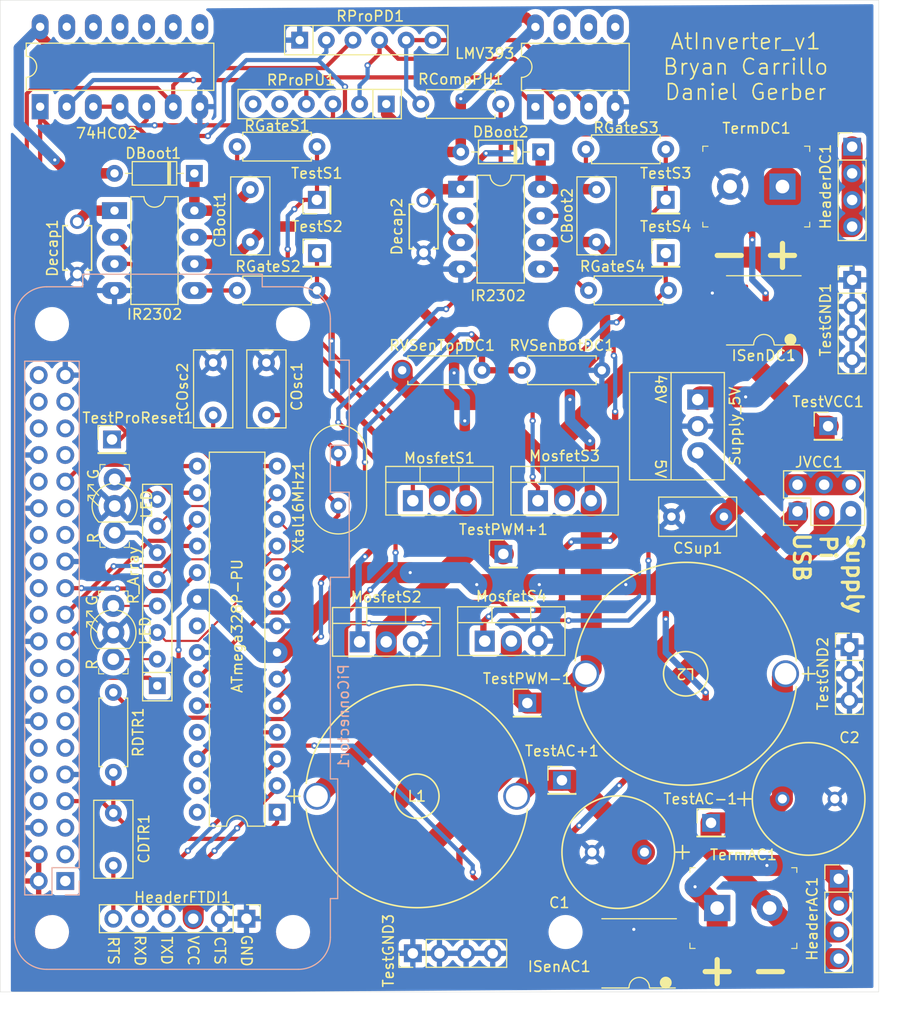
<source format=kicad_pcb>
(kicad_pcb (version 20221018) (generator pcbnew)
  (title_block (rev "v1") (comment 1 "Author: Bryan Carrillo"))
  (layers (0 "F.Cu" signal "Front") (31 "B.Cu" signal "Back") (34 "B.Paste" user) (35 "F.Paste" user) (36 "B.SilkS" user "B.Silkscreen") (37 "F.SilkS" user "F.Silkscreen") (38 "B.Mask" user) (39 "F.Mask" user) (44 "Edge.Cuts" user))
  (net 0 "")
  (net 1 "Net-(TestAC+1-Pin_1)")
  (net 2 "/Load-")
  (net 3 "/DTR")
  (net 4 "GND")
  (net 5 "VCC")
  (net 6 "Net-(DBoot1-K)")
  (net 7 "/VCCTTL")
  (net 8 "/MCURXI")
  (net 9 "/MCUTXO")
  (net 10 "Net-(GateDriver1-VS)")
  (net 11 "Net-(DBoot2-K)")
  (net 12 "Net-(GateDriver2-VS)")
  (net 13 "Net-(MCU1-XTAL1{slash}PB6)")
  (net 14 "/!RESET")
  (net 15 "Net-(MCU1-XTAL2{slash}PB7)")
  (net 16 "/PWMA")
  (net 17 "/Red1")
  (net 18 "/Green1")
  (net 19 "Net-(GateDriver1-LO)")
  (net 20 "/ProReset")
  (net 21 "/Red2")
  (net 22 "Net-(GateDriver1-HO)")
  (net 23 "/MOSI")
  (net 24 "/MISO")
  (net 25 "/SCLK")
  (net 26 "/PWMB")
  (net 27 "Net-(GateDriver2-LO)")
  (net 28 "/Load+")
  (net 29 "Net-(HeaderDC1-Pin_1)")
  (net 31 "/IAC")
  (net 32 "/VCCPi")
  (net 33 "Net-(MosfetS1-D)")
  (net 35 "/IDC")
  (net 36 "Net-(LED1-A1)")
  (net 37 "Net-(LED1-A2)")
  (net 38 "Net-(LED2-A1)")
  (net 39 "Net-(LED2-A2)")
  (net 41 "/VDC")
  (net 42 "/VAC")
  (net 54 "/VCCSupply")
  (net 59 "/!SS")
  (net 62 "/Green2")
  (net 63 "/!GateSD")
  (net 77 "/CompOut")
  (net 80 "/CompN")
  (net 81 "/CompP")
  (net 82 "/NORPU")
  (net 87 "/PWMA_HO")
  (net 88 "/PWMB_HO")
  (net 89 "/PWMA_LO")
  (net 90 "/PWMB_LO")
  (net 93 "Net-(GateDriver2-HO)")
  (footprint "Connector_PinHeader_2.54mm:PinHeader_1x01_P2.54mm_Vertical" (layer "F.Cu") (at 117.094 116.332)
    (fp_text reference "TestAC+1")
    (fp_text value "Conn_01x01_Male")
  )
  (footprint "Resistor_THT:R_Axial_DIN0207_L6.3mm_D2.5mm_P7.62mm_Horizontal" (layer "F.Cu") (at 74.295 107.95 -90)
    (fp_text reference "RDTR1")
    (fp_text value "10kΩ")
  )
  (footprint "Atverter_vE:CAP_FG28_TDK" (layer "F.Cu") (at 70.851 63.042 -90)
    (fp_text reference "Decap1")
    (fp_text value "4.7uF")
  )
  (footprint "Atinverter_vE:AIRD-02_ABR" (layer "F.Cu") (at 138.43 106.172 180)
    (fp_text reference "L2")
    (fp_text value "220u")
  )
  (footprint "Package_TO_SOT_THT:TO-220-3_Vertical" (layer "F.Cu") (at 114.808 89.662)
    (fp_text reference "MosfetS3")
    (fp_text value "IRFB4020PBF")
  )
  (footprint "Resistor_THT:R_Axial_DIN0207_L6.3mm_D2.5mm_P7.62mm_Horizontal" (layer "F.Cu") (at 119.634 69.596)
    (fp_text reference "RGateS4")
    (fp_text value "8.2Ω")
  )
  (footprint "Connector_PinHeader_2.54mm:PinHeader_1x01_P2.54mm_Vertical" (layer "F.Cu") (at 131.318 120.396)
    (fp_text reference "TestAC-1")
    (fp_text value "Conn_01x01_Male")
  )
  (footprint "Connector_PinHeader_2.54mm:PinHeader_1x04_P2.54mm_Vertical" (layer "F.Cu") (at 144.78 68.59)
    (fp_text reference "TestGND1")
    (fp_text value "Conn_01x04_Male")
  )
  (footprint "Diode_THT:D_DO-35_SOD27_P7.62mm_Horizontal" (layer "F.Cu") (at 115.062 56.388 180)
    (fp_text reference "DBoot2")
    (fp_text value "BAT46")
  )
  (footprint "Atinverter_vE:SOIC-8_3.9x4.9mm_P1.27mm" (layer "F.Cu") (at 136.354 71.247 180)
    (fp_text reference "ISenDC1")
    (fp_text value "TMCS1108")
  )
  (footprint "Connector_PinHeader_2.54mm:PinHeader_1x01_P2.54mm_Vertical" (layer "F.Cu") (at 127 66.04)
    (fp_text reference "TestS4")
    (fp_text value "Conn_01x01_Male")
  )
  (footprint "Atverter_vE:CAP_FG28_TDK" (layer "F.Cu") (at 103.901 61 -90)
    (fp_text reference "Decap2")
    (fp_text value "4.7uF")
  )
  (footprint "Package_DIP:DIP-28_W7.62mm" (layer "F.Cu") (at 89.916 119.38 180)
    (fp_text reference "MCU1")
    (fp_text value "ATmega328P-PU")
  )
  (footprint "Capacitor_THT:C_Rect_L7.2mm_W3.5mm_P5.00mm_FKS2_FKP2_MKS2_MKP2" (layer "F.Cu") (at 74.295 124.46 90)
    (fp_text reference "CDTR1")
    (fp_text value "1uF")
  )
  (footprint "Resistor_THT:R_Array_SIP8" (layer "F.Cu") (at 78.486 107.315 90)
    (fp_text reference "ResistorArray1")
    (fp_text value "R_Array")
  )
  (footprint "Resistor_THT:R_Axial_DIN0207_L6.3mm_D2.5mm_P7.62mm_Horizontal" (layer "F.Cu") (at 113.284 77.216)
    (fp_text reference "RVSenBotDC1")
    (fp_text value "10kΩ")
  )
  (footprint "Atinverter_vE:LED_3pin_P2.54mm" (layer "F.Cu") (at 74.295 104.775 90)
    (fp_text reference "LED1")
    (fp_text value "LED")
  )
  (footprint "Package_TO_SOT_THT:TO-220-3_Vertical" (layer "F.Cu") (at 109.728 103.053)
    (fp_text reference "MosfetS4")
    (fp_text value "IRFB4020PBF")
  )
  (footprint "Package_DIP:DIP-14_W7.62mm_LongPads" (layer "F.Cu") (at 67.31 52.07 90)
    (fp_text reference "ProNOR1")
    (fp_text value "74HC02")
  )
  (footprint "Atinverter_vE:LED_3pin_P2.54mm" (layer "F.Cu") (at 74.422 92.71 90)
    (fp_text reference "LED2")
    (fp_text value "LED")
  )
  (footprint "Package_TO_SOT_THT:TO-220-3_Vertical" (layer "F.Cu") (at 97.79 103.124)
    (fp_text reference "MosfetS2")
    (fp_text value "IRFB4020PBF")
  )
  (footprint "Connector_PinHeader_2.54mm:PinHeader_1x01_P2.54mm_Vertical" (layer "F.Cu") (at 93.726 66.04)
    (fp_text reference "TestS2")
    (fp_text value "Conn_01x01_Male")
  )
  (footprint "Resistor_THT:R_Axial_DIN0207_L6.3mm_D2.5mm_P7.62mm_Horizontal" (layer "F.Cu") (at 86.106 69.596)
    (fp_text reference "RGateS2")
    (fp_text value "8.2Ω")
  )
  (footprint "Capacitor_THT:C_Rect_L7.2mm_W3.5mm_P5.00mm_FKS2_FKP2_MKS2_MKP2" (layer "F.Cu") (at 83.82 81.494 90)
    (fp_text reference "COsc2")
    (fp_text value "22pF")
  )
  (footprint "Connector_PinHeader_2.54mm:PinHeader_2x03_P2.54mm_Vertical" (layer "F.Cu") (at 139.573 90.678 90)
    (fp_text reference "JVCC1")
    (fp_text value "Conn_02x03_Odd_Even")
  )
  (footprint "Package_DIP:DIP-8_W7.62mm_LongPads" (layer "F.Cu") (at 114.564 52.085 90)
    (fp_text reference "ProComp1")
    (fp_text value "LMV393")
  )
  (footprint "Resistor_THT:R_Axial_DIN0207_L6.3mm_D2.5mm_P7.62mm_Horizontal" (layer "F.Cu") (at 119.38 56.134)
    (fp_text reference "RGateS3")
    (fp_text value "8.2Ω")
  )
  (footprint "Package_DIP:DIP-8_W7.62mm_LongPads" (layer "F.Cu") (at 107.442 59.944)
    (fp_text reference "GateDriver2")
    (fp_text value "IR2302")
  )
  (footprint "Resistor_THT:R_Axial_DIN0207_L6.3mm_D2.5mm_P7.62mm_Horizontal" (layer "F.Cu") (at 103.632 51.816)
    (fp_text reference locked "RCompPH1")
    (fp_text value "120kΩ")
  )
  (footprint "Crystal:Resonator-2Pin_W10.0mm_H5.0mm" (layer "F.Cu") (at 95.758 90.13 90)
    (fp_text reference "Xtal16MHz1")
    (fp_text value "16MHz")
  )
  (footprint "Resistor_THT:R_Array_SIP6" (layer "F.Cu") (at 92.075 45.72)
    (fp_text reference "RProPD1")
    (fp_text value "R_Network05")
  )
  (footprint "Connector_PinHeader_2.54mm:PinHeader_1x01_P2.54mm_Vertical" (layer "F.Cu") (at 113.792 108.966)
    (fp_text reference "TestPWM-1")
    (fp_text value "Conn_01x01_Male")
  )
  (footprint "Capacitor_THT:C_Rect_L7.2mm_W3.5mm_P5.00mm_FKS2_FKP2_MKS2_MKP2" (layer "F.Cu") (at 132.548 91.186 180)
    (fp_text reference "CSup1")
    (fp_text value "1uF")
  )
  (footprint "Connector_PinHeader_2.54mm:PinHeader_1x01_P2.54mm_Vertical" (layer "F.Cu") (at 142.494 82.55)
    (fp_text reference "TestVCC1")
    (fp_text value "Conn_01x01_Male")
  )
  (footprint "Diode_THT:D_DO-35_SOD27_P7.62mm_Horizontal" (layer "F.Cu") (at 82.027 58.43 180)
    (fp_text reference "DBoot1")
    (fp_text value "BAT46")
  )
  (footprint "Atinverter_vE:CAP_BX_10x16_RUB" (layer "F.Cu") (at 124.968 123.19 180)
    (fp_text reference "C1")
    (fp_text value "22u")
  )
  (footprint "Atinverter_vE:AIRD-02_ABR" (layer "F.Cu") (at 93.726 117.856)
    (fp_text reference "L1")
    (fp_text value "220u")
  )
  (footprint "Atinverter_vE:CAP_BX_10x16_RUB" (layer "F.Cu") (at 138.129 118.11)
    (fp_text reference "C2")
    (fp_text value "22u")
  )
  (footprint "Atinverter_vE:SOIC-8_3.9x4.9mm_P1.27mm" (layer "F.Cu") (at 124.46 132.588 180)
    (fp_text reference "ISenAC1")
    (fp_text value "TMCS1108")
  )
  (footprint "Package_DIP:DIP-8_W7.62mm_LongPads" (layer "F.Cu") (at 74.407 61.986)
    (fp_text reference "GateDriver1")
    (fp_text value "IR2302")
  )
  (footprint "Resistor_THT:R_Axial_DIN0207_L6.3mm_D2.5mm_P7.62mm_Horizontal" (layer "F.Cu") (at 86.106 55.88)
    (fp_text reference "RGateS1")
    (fp_text value "8.2Ω")
  )
  (footprint "Atverter_vE:Term_Block_1x2_P5mm" (layer "F.Cu") (at 138.136 59.69 180)
    (fp_text reference "TermDC1")
    (fp_text value "Screw_Terminal_01x02")
  )
  (footprint "Connector_PinHeader_2.54mm:PinHeader_1x03_P2.54mm_Vertical" (layer "F.Cu") (at 144.526 103.632)
    (fp_text reference "TestGND2")
    (fp_text value "Conn_01x03_Male")
  )
  (footprint "Capacitor_THT:C_Rect_L7.2mm_W3.5mm_P5.00mm_FKS2_FKP2_MKS2_MKP2" (layer "F.Cu") (at 87.361 59.984 -90)
    (fp_text reference "CBoot1")
    (fp_text value "4.7uF")
  )
  (footprint "Capacitor_THT:C_Rect_L7.2mm_W3.5mm_P5.00mm_FKS2_FKP2_MKS2_MKP2" (layer "F.Cu") (at 120.396 59.984 -90)
    (fp_text reference "CBoot2")
    (fp_text value "4.7uF")
  )
  (footprint "Connector_PinHeader_2.54mm:PinHeader_1x01_P2.54mm_Vertical" (layer "F.Cu") (at 111.506 94.742)
    (fp_text reference "TestPWM+1")
    (fp_text value "Conn_01x01_Male")
  )
  (footprint "Atinverter_vE:FTDI_USB_TTL_Header" (layer "F.Cu") (at 86.995 129.54 -90)
    (fp_text reference "HeaderFTDI1")
    (fp_text value "Conn_01x06_Male")
  )
  (footprint "Connector_PinHeader_2.54mm:PinHeader_1x04_P2.54mm_Vertical" (layer "F.Cu") (at 143.51 125.73)
    (fp_text reference "HeaderAC1")
    (fp_text value "Conn_01x04_Male")
  )
  (footprint "Connector_PinHeader_2.54mm:PinHeader_1x01_P2.54mm_Vertical" (layer "F.Cu") (at 93.711 60.96 90)
    (fp_text reference "TestS1")
    (fp_text value "Conn_01x01_Male")
  )
  (footprint "Connector_PinHeader_2.54mm:PinHeader_1x04_P2.54mm_Vertical" (layer "F.Cu") (at 102.87 132.842 90)
    (fp_text reference "TestGND3")
    (fp_text value "Conn_01x04_Male")
  )
  (footprint "Connector_PinHeader_2.54mm:PinHeader_1x04_P2.54mm_Vertical" (layer "F.Cu") (at 144.78 55.89)
    (fp_text reference "HeaderDC1")
    (fp_text value "Conn_01x04_Male")
  )
  (footprint "Package_TO_SOT_THT:TO-220-3_Vertical" (layer "F.Cu") (at 102.87 89.662)
    (fp_text reference "MosfetS1")
    (fp_text value "IRFB4020PBF")
  )
  (footprint "Atinverter_vE:SupplyDC_48V-5V_TO-220-3_Vertical" (layer "F.Cu") (at 130.048 80.01 -90)
    (fp_text reference "Supply5V1")
    (fp_text value "Supply_5V")
  )
  (footprint "Atverter_vE:Term_Block_1x2_P5mm" (layer "F.Cu") (at 131.906 128.524)
    (fp_text reference "TermAC1")
    (fp_text value "Screw_Terminal_01x02")
  )
  (footprint "Resistor_THT:R_Array_SIP6" (layer "F.Cu") (at 100.33 51.816 180)
    (fp_text reference "RProPU1")
    (fp_text value "R_Network05")
  )
  (footprint "Connector_PinHeader_2.54mm:PinHeader_1x01_P2.54mm_Vertical" (layer "F.Cu") (at 127 60.96)
    (fp_text reference "TestS3")
    (fp_text value "Conn_01x01_Male")
  )
  (footprint "Capacitor_THT:C_Rect_L7.2mm_W3.5mm_P5.00mm_FKS2_FKP2_MKS2_MKP2" (layer "F.Cu") (at 88.9 76.494 -90)
    (fp_text reference "COsc1")
    (fp_text value "22pF")
  )
  (footprint "Connector_PinHeader_2.54mm:PinHeader_1x01_P2.54mm_Vertical" (layer "F.Cu") (at 74.168 83.82)
    (fp_text reference "TestProReset1")
    (fp_text value "Conn_01x01_Male")
  )
  (footprint "Resistor_THT:R_Axial_DIN0207_L6.3mm_D2.5mm_P7.62mm_Horizontal" (layer "F.Cu") (at 101.854 77.216)
    (fp_text reference "RVSenTopDC1")
    (fp_text value "120kΩ")
  )
  (footprint "Atverter_vE:Raspberry_Pi_Zero_and_Four" (layer "B.Cu") (at 69.71 125.94)
    (fp_text reference "PiConnector1")
    (fp_text value "Raspberry_Pi_2_3")
  )
  (gr_rect (start 63.5 41.91) (end 147.32 136.525) (stroke (width 0.0381)) (fill none) (layer "Edge.Cuts"))
  (gr_text "AtInverter_v1\nBryan Carrillo\nDaniel Gerber" (at 134.62 48.26) (layer "F.SilkS") (effects (font (size 1.5 1.5) (thickness 0.1524))))
  (gr_text "Supply" (at 145.034 96.647 270) (layer "F.SilkS") (effects (font (size 1.524 1.524) (thickness 0.3048))))
  (gr_text "USB" (at 139.954 92.583 270) (layer "F.SilkS") (effects (font (size 1.524 1.524) (thickness 0.3048)) (justify left)))
  (gr_text "Pi" (at 142.494 94.107 270) (layer "F.SilkS") (effects (font (size 1.524 1.524) (thickness 0.3048))))
  (segment (start 127.21 129.75) (end 123.444 125.984) (width 2) (layer "F.Cu") (net 1))
  (segment (start 117.094 116.332) (end 118.11 116.332) (width 2) (layer "F.Cu") (net 1))
  (segment (start 127.21 130.683) (end 127.21 131.953) (width 1) (layer "F.Cu") (net 1))
  (segment (start 117.094 116.332) (end 114.3 116.332) (width 2) (layer "F.Cu") (net 1))
  (segment (start 127.21 130.683) (end 127.21 129.75) (width 2) (layer "F.Cu") (net 1))
  (segment (start 118.11 116.332) (end 124.968 123.19) (width 2) (layer "F.Cu") (net 1))
  (segment (start 123.444 125.984) (end 123.444 124.714) (width 2) (layer "F.Cu") (net 1))
  (segment (start 114.3 116.332) (end 112.776 117.856) (width 2) (layer "F.Cu") (net 1))
  (segment (start 123.444 124.714) (end 124.968 123.19) (width 2) (layer "F.Cu") (net 1))
  (segment (start 138.129 106.473) (end 138.43 106.172) (width 2) (layer "F.Cu") (net 2))
  (segment (start 141.732 133.35) (end 143.51 133.35) (width 2) (layer "F.Cu") (net 2))
  (segment (start 131.318 122.936) (end 136.906 128.524) (width 2) (layer "F.Cu") (net 2))
  (segment (start 139.192 130.81) (end 141.732 133.35) (width 2) (layer "F.Cu") (net 2))
  (segment (start 131.318 120.396) (end 131.318 122.936) (width 2) (layer "F.Cu") (net 2))
  (segment (start 131.318 120.396) (end 135.843 120.396) (width 2) (layer "F.Cu") (net 2))
  (segment (start 138.129 118.11) (end 138.129 106.473) (width 2) (layer "F.Cu") (net 2))
  (segment (start 135.843 120.396) (end 138.129 118.11) (width 2) (layer "F.Cu") (net 2))
  (segment (start 136.906 128.524) (end 139.192 130.81) (width 2) (layer "F.Cu") (net 2))
  (segment (start 139.192 130.81) (end 143.51 130.81) (width 2) (layer "F.Cu") (net 2))
  (segment (start 74.295 124.46) (end 74.295 129.54) (width 0.4) (layer "F.Cu") (net 3))
  (segment (start 121.71 130.683) (end 123.825 130.683) (width 0.4) (layer "F.Cu") (net 4))
  (segment (start 131.953 69.342) (end 131.445 69.85) (width 0.4) (layer "F.Cu") (net 4))
  (segment (start 123.825 130.683) (end 123.952 130.556) (width 0.4) (layer "F.Cu") (net 4))
  (segment (start 133.604 69.342) (end 131.953 69.342) (width 0.4) (layer "F.Cu") (net 4))
  (via (at 131.445 69.85) (size 0.6) (drill 0.3) (layers "F.Cu" "B.Cu") (net 4))
  (via (at 123.952 130.556) (size 0.6) (drill 0.3) (layers "F.Cu" "B.Cu") (net 4))
  (segment (start 69.987 58.43) (end 68.707 57.15) (width 1) (layer "F.Cu") (net 5))
  (segment (start 100.33 51.816) (end 100.33 52.777) (width 1) (layer "F.Cu") (net 5))
  (segment (start 132.548 91.186) (end 126.071 97.663) (width 2) (layer "F.Cu") (net 5))
  (segment (start 104.9295 59.9715) (end 103.901 61) (width 1) (layer "F.Cu") (net 5))
  (segment (start 104.9295 59.9715) (end 104.9295 57.3765) (width 1) (layer "F.Cu") (net 5))
  (segment (start 142.113 88.138) (end 142.113 82.931) (width 2) (layer "F.Cu") (net 5))
  (segment (start 107.442 59.944) (end 104.957 59.944) (width 1) (layer "F.Cu") (net 5))
  (segment (start 107.442 59.944) (end 107.442 58.928) (width 0.6) (layer "F.Cu") (net 5))
  (segment (start 71.907 61.986) (end 70.851 63.042) (width 1) (layer "F.Cu") (net 5))
  (segment (start 72.644 58.43) (end 74.407 58.43) (width 1) (layer "F.Cu") (net 5))
  (segment (start 131.445 63.5) (end 134.62 63.5) (width 0.6) (layer "F.Cu") (net 5))
  (segment (start 84.709 46.863) (end 88.011 43.561) (width 1) (layer "F.Cu") (net 5))
  (segment (start 136.525 69.85) (end 136.525 72.39) (width 0.6) (layer "F.Cu") (net 5))
  (segment (start 113.665 54.61) (end 128.905 54.61) (width 0.6) (layer "F.Cu") (net 5))
  (segment (start 104.9295 57.3765) (end 105.918 56.388) (width 1) (layer "F.Cu") (net 5))
  (segment (start 127 98.592) (end 126.071 97.663) (width 0.6) (layer "F.Cu") (net 5))
  (segment (start 75.692 109.347) (end 74.295 107.95) (width 0.4) (layer "F.Cu") (net 5))
  (segment (start 88.011 43.561) (end 113.66 43.561) (width 1) (layer "F.Cu") (net 5))
  (segment (start 67.31 45.339) (end 68.834 46.863) (width 1) (layer "F.Cu") (net 5))
  (segment (start 121.583 134.62) (end 116.205 134.62) (width 0.6) (layer "F.Cu") (net 5))
  (segment (start 134.62 63.5) (end 135.255 64.135) (width 0.6) (layer "F.Cu") (net 5))
  (segment (start 127 100.965) (end 127 98.592) (width 0.6) (layer "F.Cu") (net 5))
  (segment (start 128.905 54.61) (end 130.175 55.88) (width 0.6) (layer "F.Cu") (net 5))
  (segment (start 80.518 103.886) (end 80.518 108.712) (width 0.4) (layer "F.Cu") (net 5))
  (segment (start 136.525 72.39) (end 135.763 73.152) (width 0.6) (layer "F.Cu") (net 5))
  (segment (start 142.113 82.931) (end 142.494 82.55) (width 2) (layer "F.Cu") (net 5))
  (segment (start 121.71 134.493) (end 121.583 134.62) (width 0.6) (layer "F.Cu") (net 5))
  (segment (start 122.555 116.84) (end 130.81 108.585) (width 0.6) (layer "F.Cu") (net 5))
  (segment (start 79.883 109.347) (end 75.692 109.347) (width 0.4) (layer "F.Cu") (net 5))
  (segment (start 130.175 62.23) (end 131.445 63.5) (width 0.6) (layer "F.Cu") (net 5))
  (segment (start 116.205 134.62) (end 107.315 125.73) (width 0.6) (layer "F.Cu") (net 5))
  (segment (start 133.604 74.93) (end 133.604 73.533) (width 1) (layer "F.Cu") (net 5))
  (segment (start 141.224 82.55) (end 133.604 74.93) (width 2) (layer "F.Cu") (net 5))
  (segment (start 96.774 97.663) (end 90.297 104.14) (width 2) (layer "F.Cu") (net 5))
  (segment (start 107.315 125.73) (end 107.315 123.19) (width 0.6) (layer "F.Cu") (net 5))
  (segment (start 135.255 64.135) (end 135.255 64.77) (width 0.6) (layer "F.Cu") (net 5))
  (segment (start 107.315 123.19) (end 108.4278 122.0772) (width 0.6) (layer "F.Cu") (net 5))
  (segment (start 108.4278 122.0772) (end 117.3178 122.0772) (width 0.6) (layer "F.Cu") (net 5))
  (segment (start 68.834 46.863) (end 84.709 46.863) (width 1) (layer "F.Cu") (net 5))
  (segment (start 123.19 97.663) (end 126.071 97.663) (width 2) (layer "F.Cu") (net 5))
  (segment (start 71.907 61.986) (end 71.907 59.167) (width 1) (layer "F.Cu") (net 5))
  (segment (start 130.175 55.88) (end 130.175 56.515) (width 0.6) (layer "F.Cu") (net 5))
  (segment (start 80.518 108.712) (end 79.883 109.347) (width 0.4) (layer "F.Cu") (net 5))
  (segment (start 67.31 44.45) (end 67.31 45.339) (width 1) (layer "F.Cu") (net 5))
  (segment (start 100.33 52.777) (end 104.9295 57.3765) (width 1) (layer "F.Cu") (net 5))
  (segment (start 90.297 104.14) (end 89.916 104.14) (width 2) (layer "F.Cu") (net 5))
  (segment (start 142.113 88.138) (end 139.573 88.138) (width 2) (layer "F.Cu") (net 5))
  (segment (start 132.548 91.186) (end 135.596 88.138) (width 2) (layer "F.Cu") (net 5))
  (segment (start 108.966 97.663) (end 114.935 97.663) (width 2) (layer "F.Cu") (net 5))
  (segment (start 130.175 56.515) (end 130.175 62.23) (width 0.6) (layer "F.Cu") (net 5))
  (segment (start 112.395 56.515) (end 112.395 55.88) (width 0.6) (layer "F.Cu") (net 5))
  (segment (start 104.957 59.944) (end 104.9295 59.9715) (width 1) (layer "F.Cu") (net 5))
  (segment (start 72.644 58.43) (end 69.987 58.43) (width 1) (layer "F.Cu") (net 5))
  (segment (start 105.918 56.388) (end 107.442 56.388) (width 1) (layer "F.Cu") (net 5))
  (segment (start 142.113 88.138) (end 144.653 88.138) (width 2) (layer "F.Cu") (net 5))
  (segment (start 71.907 59.167) (end 72.644 58.43) (width 1) (layer "F.Cu") (net 5))
  (segment (start 130.81 108.585) (end 130.81 107.95) (width 0.6) (layer "F.Cu") (net 5))
  (segment (start 113.66 43.561) (end 114.564 44.465) (width 1) (layer "F.Cu") (net 5))
  (segment (start 135.596 88.138) (end 139.573 88.138) (width 2) (layer "F.Cu") (net 5))
  (segment (start 112.395 55.88) (end 113.665 54.61) (width 0.6) (layer "F.Cu") (net 5))
  (segment (start 107.442 56.388) (end 107.442 51.308) (width 1) (layer "F.Cu") (net 5))
  (segment (start 96.774 97.663) (end 97.917 96.52) (width 2) (layer "F.Cu") (net 5))
  (segment (start 117.3178 122.0772) (end 118.745 120.65) (width 0.6) (layer "F.Cu") (net 5))
  (segment (start 74.407 61.986) (end 71.907 61.986) (width 1) (layer "F.Cu") (net 5))
  (segment (start 142.494 82.55) (end 141.224 82.55) (width 2) (layer "F.Cu") (net 5))
  (segment (start 107.442 58.928) (end 109.855 56.515) (width 0.6) (layer "F.Cu") (net 5))
  (segment (start 97.917 96.52) (end 102.616 96.52) (width 2) (layer "F.Cu") (net 5))
  (segment (start 135.763 73.152) (end 133.604 73.152) (width 0.6) (layer "F.Cu") (net 5))
  (via (at 109.855 56.515) (size 0.6) (drill 0.3) (layers "F.Cu" "B.Cu") (net 5))
  (via (at 127 100.965) (size 0.6) (drill 0.3) (layers "F.Cu" "B.Cu") (net 5))
  (via (at 107.442 51.308) (size 0.6) (drill 0.3) (layers "F.Cu" "B.Cu") (net 5))
  (via (at 112.395 56.515) (size 0.6) (drill 0.3) (layers "F.Cu" "B.Cu") (net 5))
  (via (at 135.255 64.77) (size 0.6) (drill 0.3) (layers "F.Cu" "B.Cu") (net 5))
  (via (at 118.745 120.65) (size 0.6) (drill 0.3) (layers "F.Cu" "B.Cu") (net 5))
  (via (at 122.555 116.84) (size 0.6) (drill 0.3) (layers "F.Cu" "B.Cu") (net 5))
  (via (at 136.525 69.85) (size 0.6) (drill 0.3) (layers "F.Cu" "B.Cu") (net 5))
  (via (at 68.707 57.15) (size 0.6) (drill 0.3) (layers "F.Cu" "B.Cu") (net 5))
  (via (at 114.935 97.663) (size 0.6) (drill 0.3) (layers "F.Cu" "B.Cu") (net 5))
  (via (at 102.616 96.52) (size 0.6) (drill 0.3) (layers "F.Cu" "B.Cu") (net 5))
  (via (at 80.518 103.886) (size 0.6) (drill 0.3) (layers "F.Cu" "B.Cu") (net 5))
  (via (at 108.966 97.663) (size 0.6) (drill 0.3) (layers "F.Cu" "B.Cu") (net 5))
  (via (at 130.81 107.95) (size 0.6) (drill 0.3) (layers "F.Cu" "B.Cu") (net 5))
  (via (at 123.19 97.663) (size 0.6) (drill 0.3) (layers "F.Cu" "B.Cu") (net 5))
  (segment (start 114.935 97.663) (end 123.19 97.663) (width 2) (layer "B.Cu") (net 5))
  (segment (start 65.278 46.482) (end 67.31 44.45) (width 1) (layer "B.Cu") (net 5))
  (segment (start 135.255 64.77) (end 135.255 68.58) (width 0.6) (layer "B.Cu") (net 5))
  (segment (start 127 104.14) (end 127 100.965) (width 0.6) (layer "B.Cu") (net 5))
  (segment (start 89.916 104.14) (end 88.646 104.14) (width 2) (layer "B.Cu") (net 5))
  (segment (start 135.255 68.58) (end 136.525 69.85) (width 0.6) (layer "B.Cu") (net 5))
  (segment (start 107.442 51.308) (end 107.721 51.308) (width 1) (layer "B.Cu") (net 5))
  (segment (start 102.616 96.52) (end 107.823 96.52) (width 2) (layer "B.Cu") (net 5))
  (segment (start 80.518 100.838) (end 82.296 99.06) (width 0.4) (layer "B.Cu") (net 5))
  (segment (start 107.721 51.308) (end 114.564 44.465) (width 1) (layer "B.Cu") (net 5))
  (segment (start 68.707 57.15) (end 65.278 53.721) (width 1) (layer "B.Cu") (net 5))
  (segment (start 118.745 120.65) (end 122.555 116.84) (width 0.6) (layer "B.Cu") (net 5))
  (segment (start 130.81 107.95) (end 127 104.14) (width 0.6) (layer "B.Cu") (net 5))
  (segment (start 107.823 96.52) (end 108.966 97.663) (width 2) (layer "B.Cu") (net 5))
  (segment (start 109.855 56.515) (end 112.395 56.515) (width 0.6) (layer "B.Cu") (net 5))
  (segment (start 88.646 104.14) (end 83.566 99.06) (width 2) (layer "B.Cu") (net 5))
  (segment (start 65.278 53.721) (end 65.278 46.482) (width 1) (layer "B.Cu") (net 5))
  (segment (start 80.518 103.886) (end 80.518 100.838) (width 0.4) (layer "B.Cu") (net 5))
  (segment (start 83.566 99.06) (end 82.296 99.06) (width 2) (layer "B.Cu") (net 5))
  (segment (start 82.027 61.986) (end 85.359 61.986) (width 1) (layer "F.Cu") (net 6))
  (segment (start 82.027 58.43) (end 82.027 61.986) (width 1) (layer "F.Cu") (net 6))
  (segment (start 85.359 61.986) (end 87.361 59.984) (width 1) (layer "F.Cu") (net 6))
  (segment (start 139.573 91.059) (end 119.126 111.506) (width 2) (layer "F.Cu") (net 7))
  (segment (start 94.488 125.222) (end 85.030919 125.222) (width 2) (layer "F.Cu") (net 7))
  (segment (start 139.573 90.678) (end 139.573 91.059) (width 2) (layer "F.Cu") (net 7))
  (segment (start 85.030919 125.222) (end 81.915 128.337919) (width 2) (layer "F.Cu") (net 7))
  (segment (start 81.915 128.337919) (end 81.915 129.54) (width 2) (layer "F.Cu") (net 7))
  (segment (start 108.204 111.506) (end 94.488 125.222) (width 2) (layer "F.Cu") (net 7))
  (segment (start 119.126 111.506) (end 108.204 111.506) (width 2) (layer "F.Cu") (net 7))
  (segment (start 79.375 129.54) (end 79.375 127.635) (width 0.4) (layer "F.Cu") (net 8))
  (segment (start 79.375 127.635) (end 83.947 123.063) (width 0.4) (layer "F.Cu") (net 8))
  (segment (start 89.916 117.094) (end 89.916 116.84) (width 0.4) (layer "F.Cu") (net 8))
  (segment (start 86.106 120.904) (end 89.916 117.094) (width 0.4) (layer "F.Cu") (net 8))
  (via (at 83.947 123.063) (size 0.6) (drill 0.3) (layers "F.Cu" "B.Cu") (net 8))
  (via (at 86.106 120.904) (size 0.6) (drill 0.3) (layers "F.Cu" "B.Cu") (net 8))
  (segment (start 83.947 123.063) (end 86.106 120.904) (width 0.4) (layer "B.Cu") (net 8))
  (segment (start 83.82 120.65) (end 89.916 114.554) (width 0.4) (layer "F.Cu") (net 9))
  (segment (start 89.916 114.554) (end 89.916 114.3) (width 0.4) (layer "F.Cu") (net 9))
  (segment (start 76.835 129.54) (end 76.835 127.635) (width 0.4) (layer "F.Cu") (net 9))
  (segment (start 76.835 127.635) (end 81.407 123.063) (width 0.4) (layer "F.Cu") (net 9))
  (via (at 81.407 123.063) (size 0.6) (drill 0.3) (layers "F.Cu" "B.Cu") (net 9))
  (via (at 83.82 120.65) (size 0.6) (drill 0.3) (layers "F.Cu" "B.Cu") (net 9))
  (segment (start 81.407 123.063) (end 83.82 120.65) (width 0.4) (layer "B.Cu") (net 9))
  (segment (start 87.361 64.984) (end 88.845 63.5) (width 1) (layer "F.Cu") (net 10))
  (segment (start 100.33 111.252) (end 100.33 103.124) (width 2) (layer "F.Cu") (net 10))
  (segment (start 95.758 63.5) (end 103.759 71.501) (width 1) (layer "F.Cu") (net 10))
  (segment (start 85.279 67.066) (end 87.361 64.984) (width 1) (layer "F.Cu") (net 10))
  (segment (start 106.807 74.589976) (end 106.807 77.47) (width 1) (layer "F.Cu") (net 10))
  (segment (start 100.33 102.203707) (end 107.95 94.583707) (width 2) (layer "F.Cu") (net 10))
  (segment (start 88.845 63.5) (end 95.758 63.5) (width 1) (layer "F.Cu") (net 10))
  (segment (start 107.823 89.535) (end 107.95 89.662) (width 1) (layer "F.Cu") (net 10))
  (segment (start 100.33 103.124) (end 100.33 102.203707) (width 2) (layer "F.Cu") (net 10))
  (segment (start 107.95 90.130032) (end 107.95 89.662) (width 2) (layer "F.Cu") (net 10))
  (segment (start 93.726 117.856) (end 100.33 111.252) (width 2) (layer "F.Cu") (net 10))
  (segment (start 107.823 82.042) (end 107.823 89.535) (width 1) (layer "F.Cu") (net 10))
  (segment (start 107.95 90.130032) (end 107.95 91.186) (width 2) (layer "F.Cu") (net 10))
  (segment (start 103.759 71.541976) (end 106.807 74.589976) (width 1) (layer "F.Cu") (net 10))
  (segment (start 103.759 71.501) (end 103.759 71.541976) (width 1) (layer "F.Cu") (net 10))
  (segment (start 82.027 67.066) (end 85.279 67.066) (width 1) (layer "F.Cu") (net 10))
  (segment (start 107.95 94.583707) (end 107.95 89.662) (width 2) (layer "F.Cu") (net 10))
  (segment (start 107.95 91.186) (end 111.506 94.742) (width 2) (layer "F.Cu") (net 10))
  (via (at 107.823 82.042) (size 0.6) (drill 0.3) (layers "F.Cu" "B.Cu") (net 10))
  (via (at 106.807 77.47) (size 0.6) (drill 0.3) (layers "F.Cu" "B.Cu") (net 10))
  (segment (start 106.807 78.867) (end 107.823 79.883) (width 1) (layer "B.Cu") (net 10))
  (segment (start 106.807 77.47) (end 106.807 78.867) (width 1) (layer "B.Cu") (net 10))
  (segment (start 107.823 79.883) (end 107.823 82.042) (width 1) (layer "B.Cu") (net 10))
  (segment (start 115.062 59.944) (end 120.356 59.944) (width 1) (layer "F.Cu") (net 11))
  (segment (start 115.062 56.388) (end 115.062 59.944) (width 1) (layer "F.Cu") (net 11))
  (segment (start 120.356 59.944) (end 120.396 59.984) (width 1) (layer "F.Cu") (net 11))
  (segment (start 119.888 94.996) (end 119.888 103.505) (width 2) (layer "F.Cu") (net 12))
  (segment (start 121.204 74.884) (end 117.856 78.232) (width 1) (layer "F.Cu") (net 12))
  (segment (start 112.268 103.053) (end 112.268 107.442) (width 2) (layer "F.Cu") (net 12))
  (segment (start 116.586 108.966) (end 119.38 106.172) (width 2) (layer "F.Cu") (net 12))
  (segment (start 119.888 105.664) (end 119.38 106.172) (width 2) (layer "F.Cu") (net 12))
  (segment (start 121.92 70.612) (end 121.204 71.328) (width 1) (layer "F.Cu") (net 12))
  (segment (start 119.888 103.505) (end 119.888 105.664) (width 2) (layer "F.Cu") (net 12))
  (segment (start 121.92 66.508) (end 121.92 70.612) (width 1) (layer "F.Cu") (net 12))
  (segment (start 121.204 71.328) (end 121.204 74.884) (width 1) (layer "F.Cu") (net 12))
  (segment (start 113.792 108.966) (end 116.586 108.966) (width 2) (layer "F.Cu") (net 12))
  (segment (start 120.396 64.984) (end 121.92 66.508) (width 1) (layer "F.Cu") (net 12))
  (segment (start 112.268 107.442) (end 113.792 108.966) (width 2) (layer "F.Cu") (net 12))
  (segment (start 120.396 64.984) (end 115.102 64.984) (width 1) (layer "F.Cu") (net 12))
  (segment (start 117.856 78.232) (end 117.856 80.01) (width 1) (layer "F.Cu") (net 12))
  (segment (start 119.761 89.535) (end 119.888 89.662) (width 1) (layer "F.Cu") (net 12))
  (segment (start 119.888 89.662) (end 119.888 94.996) (width 2) (layer "F.Cu") (net 12))
  (segment (start 119.761 83.947) (end 119.761 89.535) (width 1) (layer "F.Cu") (net 12))
  (segment (start 115.102 64.984) (end 115.062 65.024) (width 1) (layer "F.Cu") (net 12))
  (via (at 117.856 80.01) (size 0.6) (drill 0.3) (layers "F.Cu" "B.Cu") (net 12))
  (via (at 119.761 83.947) (size 0.6) (drill 0.3) (layers "F.Cu" "B.Cu") (net 12))
  (segment (start 117.856 80.01) (end 117.856 82.042) (width 1) (layer "B.Cu") (net 12))
  (segment (start 117.856 82.042) (end 119.761 83.947) (width 1) (layer "B.Cu") (net 12))
  (segment (start 97.536 90.932) (end 89.916 98.552) (width 0.4) (layer "F.Cu") (net 13))
  (segment (start 95.758 85.13) (end 92.122 81.494) (width 0.4) (layer "F.Cu") (net 13))
  (segment (start 89.916 98.552) (end 89.916 99.06) (width 0.4) (layer "F.Cu") (net 13))
  (segment (start 95.758 85.13) (end 95.758 86.614) (width 0.4) (layer "F.Cu") (net 13))
  (segment (start 92.122 81.494) (end 88.9 81.494) (width 0.4) (layer "F.Cu") (net 13))
  (segment (start 95.758 86.614) (end 97.536 88.392) (width 0.4) (layer "F.Cu") (net 13))
  (segment (start 97.536 88.392) (end 97.536 90.932) (width 0.4) (layer "F.Cu") (net 13))
  (segment (start 76.755 121.92) (end 88.392 121.92) (width 0.4) (layer "F.Cu") (net 14))
  (segment (start 69.71 118.32) (end 73.155 118.32) (width 0.4) (layer "F.Cu") (net 14))
  (segment (start 74.295 115.57) (end 74.295 119.46) (width 0.4) (layer "F.Cu") (net 14))
  (segment (start 74.295 119.46) (end 76.755 121.92) (width 0.4) (layer "F.Cu") (net 14))
  (segment (start 73.155 118.32) (end 74.295 119.46) (width 0.4) (layer "F.Cu") (net 14))
  (segment (start 89.916 120.396) (end 89.916 119.38) (width 0.4) (layer "F.Cu") (net 14))
  (segment (start 88.392 121.92) (end 89.916 120.396) (width 0.4) (layer "F.Cu") (net 14))
  (segment (start 85.09 84.074) (end 83.82 82.804) (width 0.4) (layer "F.Cu") (net 15))
  (segment (start 90.297 96.52) (end 89.916 96.52) (width 0.4) (layer "F.Cu") (net 15))
  (segment (start 83.82 82.804) (end 83.82 81.494) (width 0.4) (layer "F.Cu") (net 15))
  (segment (start 95.758 90.13) (end 95.758 91.059) (width 0.4) (layer "F.Cu") (net 15))
  (segment (start 93.218 89.154) (end 92.202 88.138) (width 0.4) (layer "F.Cu") (net 15))
  (segment (start 90.932 84.074) (end 85.09 84.074) (width 0.4) (layer "F.Cu") (net 15))
  (segment (start 92.202 88.138) (end 92.202 85.344) (width 0.4) (layer "F.Cu") (net 15))
  (segment (start 95.758 91.059) (end 90.297 96.52) (width 0.4) (layer "F.Cu") (net 15))
  (segment (start 92.202 85.344) (end 90.932 84.074) (width 0.4) (layer "F.Cu") (net 15))
  (segment (start 94.782 89.154) (end 93.218 89.154) (width 0.4) (layer "F.Cu") (net 15))
  (segment (start 95.758 90.13) (end 94.782 89.154) (width 0.4) (layer "F.Cu") (net 15))
  (segment (start 101.219 94.615) (end 101.219 83.058) (width 0.4) (layer "F.Cu") (net 16))
  (segment (start 92.796 74.635) (end 84.516 74.635) (width 0.4) (layer "F.Cu") (net 16))
  (segment (start 95.25 101.727) (end 95.25 103.251) (width 0.4) (layer "F.Cu") (net 16))
  (segment (start 98.806 98.171) (end 95.25 101.727) (width 0.4) (layer "F.Cu") (net 16))
  (segment (start 95.25 103.251) (end 89.916 108.585) (width 0.4) (layer "F.Cu") (net 16))
  (segment (start 101.219 83.058) (end 92.796 74.635) (width 0.4) (layer "F.Cu") (net 16))
  (segment (start 89.916 108.585) (end 89.916 109.22) (width 0.4) (layer "F.Cu") (net 16))
  (segment (start 84.516 74.635) (end 74.407 64.526) (width 0.4) (layer "F.Cu") (net 16))
  (via (at 101.219 94.615) (size 0.6) (drill 0.3) (layers "F.Cu" "B.Cu") (net 16))
  (via (at 98.806 98.171) (size 0.6) (drill 0.3) (layers "F.Cu" "B.Cu") (net 16))
  (segment (start 101.219 95.758) (end 98.806 98.171) (width 0.4) (layer "B.Cu") (net 16))
  (segment (start 101.219 94.615) (end 101.219 95.758) (width 0.4) (layer "B.Cu") (net 16))
  (segment (start 71.649 109.495) (end 72.517 110.363) (width 0.4) (layer "F.Cu") (net 17))
  (segment (start 72.898 106.553) (end 71.649 107.802) (width 0.4) (layer "F.Cu") (net 17))
  (segment (start 77.724 106.553) (end 72.898 106.553) (width 0.4) (layer "F.Cu") (net 17))
  (segment (start 72.517 110.363) (end 84.963 110.363) (width 0.4) (layer "F.Cu") (net 17))
  (segment (start 86.36 111.76) (end 89.916 111.76) (width 0.4) (layer "F.Cu") (net 17))
  (segment (start 78.486 107.315) (end 77.724 106.553) (width 0.4) (layer "F.Cu") (net 17))
  (segment (start 71.649 107.802) (end 71.649 109.495) (width 0.4) (layer "F.Cu") (net 17))
  (segment (start 84.963 110.363) (end 86.36 111.76) (width 0.4) (layer "F.Cu") (net 17))
  (segment (start 90.678 95.25) (end 91.186 94.742) (width 0.2) (layer "F.Cu") (net 18))
  (segment (start 82.385001 103.034999) (end 88.392 97.028) (width 0.2) (layer "F.Cu") (net 18))
  (segment (start 91.186 94.742) (end 91.186 92.71) (width 0.2) (layer "F.Cu") (net 18))
  (segment (start 79.285999 103.034999) (end 82.385001 103.034999) (width 0.2) (layer "F.Cu") (net 18))
  (segment (start 91.186 92.71) (end 89.916 91.44) (width 0.2) (layer "F.Cu") (net 18))
  (segment (start 78.486 102.235) (end 79.285999 103.034999) (width 0.2) (layer "F.Cu") (net 18))
  (segment (start 88.392 96.266) (end 89.408 95.25) (width 0.2) (layer "F.Cu") (net 18))
  (segment (start 88.392 97.028) (end 88.392 96.266) (width 0.2) (layer "F.Cu") (net 18))
  (segment (start 89.408 95.25) (end 90.678 95.25) (width 0.2) (layer "F.Cu") (net 18))
  (segment (start 82.027 69.606) (end 86.096 69.606) (width 0.4) (layer "F.Cu") (net 19))
  (segment (start 86.096 69.606) (end 86.106 69.596) (width 0.4) (layer "F.Cu") (net 19))
  (segment (start 66.58 50.292) (end 78.486 50.292) (width 0.4) (layer "F.Cu") (net 20))
  (segment (start 80.01 52.07) (end 80.01 50.038) (width 0.4) (layer "F.Cu") (net 20))
  (segment (start 74.168 81.788) (end 74.168 75.438) (width 0.4) (layer "F.Cu") (net 20))
  (segment (start 73.66 74.93) (end 66.548 74.93) (width 0.4) (layer "F.Cu") (net 20))
  (segment (start 66.548 74.93) (end 66.04 74.422) (width 0.4) (layer "F.Cu") (net 20))
  (segment (start 75.565 83.185) (end 74.93 83.82) (width 0.4) (layer "F.Cu") (net 20))
  (segment (start 66.04 74.422) (end 66.04 50.832) (width 0.4) (layer "F.Cu") (net 20))
  (segment (start 74.168 75.438) (end 73.66 74.93) (width 0.4) (layer "F.Cu") (net 20))
  (segment (start 80.01 51.816) (end 80.01 52.07) (width 0.4) (layer "F.Cu") (net 20))
  (segment (start 75.565 83.185) (end 78.74 86.36) (width 0.4) (layer "F.Cu") (net 20))
  (segment (start 81.661 48.387) (end 94.488 48.387) (width 0.4) (layer "F.Cu") (net 20))
  (segment (start 75.565 83.185) (end 74.168 81.788) (width 0.4) (layer "F.Cu") (net 20))
  (segment (start 66.04 50.832) (end 66.58 50.292) (width 0.4) (layer "F.Cu") (net 20))
  (segment (start 74.93 83.82) (end 74.168 83.82) (width 0.4) (layer "F.Cu") (net 20))
  (segment (start 94.488 48.387) (end 97.155 45.72) (width 0.4) (layer "F.Cu") (net 20))
  (segment (start 78.486 50.292) (end 80.01 51.816) (width 0.4) (layer "F.Cu") (net 20))
  (segment (start 80.01 50.038) (end 81.661 48.387) (width 0.4) (layer "F.Cu") (net 20))
  (segment (start 78.74 86.36) (end 82.296 86.36) (width 0.4) (layer "F.Cu") (net 20))
  (segment (start 88.646 95.25) (end 89.916 93.98) (width 0.2) (layer "F.Cu") (net 21))
  (segment (start 80.391 95.25) (end 88.646 95.25) (width 0.2) (layer "F.Cu") (net 21))
  (segment (start 78.486 97.155) (end 80.391 95.25) (width 0.2) (layer "F.Cu") (net 21))
  (segment (start 86.614 58.166) (end 86.106 57.658) (width 0.4) (layer "F.Cu") (net 22))
  (segment (start 90.424 60.96) (end 90.424 58.928) (width 0.4) (layer "F.Cu") (net 22))
  (segment (start 85.334 64.526) (end 87.376 62.484) (width 0.4) (layer "F.Cu") (net 22))
  (segment (start 82.027 64.526) (end 85.334 64.526) (width 0.4) (layer "F.Cu") (net 22))
  (segment (start 88.9 62.484) (end 90.424 60.96) (width 0.4) (layer "F.Cu") (net 22))
  (segment (start 86.106 57.658) (end 86.106 55.88) (width 0.4) (layer "F.Cu") (net 22))
  (segment (start 89.662 58.166) (end 86.614 58.166) (width 0.4) (layer "F.Cu") (net 22))
  (segment (start 90.424 58.928) (end 89.662 58.166) (width 0.4) (layer "F.Cu") (net 22))
  (segment (start 87.376 62.484) (end 88.9 62.484) (width 0.4) (layer "F.Cu") (net 22))
  (segment (start 82.296 91.44) (end 80.248 93.488) (width 0.4) (layer "F.Cu") (net 23))
  (segment (start 80.248 93.488) (end 77.708 93.488) (width 0.4) (layer "F.Cu") (net 23))
  (segment (start 72.517 98.679) (end 72.517 100.273) (width 0.4) (layer "F.Cu") (net 23))
  (segment (start 77.708 93.488) (end 72.517 98.679) (width 0.4) (layer "F.Cu") (net 23))
  (segment (start 72.517 100.273) (end 69.71 103.08) (width 0.4) (layer "F.Cu") (net 23))
  (segment (start 78.867 95.885) (end 80.772 93.98) (width 0.4) (layer "F.Cu") (net 24))
  (segment (start 76.962 95.885) (end 78.867 95.885) (width 0.4) (layer "F.Cu") (net 24))
  (segment (start 74.33 95.92) (end 69.71 100.54) (width 0.4) (layer "F.Cu") (net 24))
  (segment (start 80.772 93.98) (end 82.296 93.98) (width 0.4) (layer "F.Cu") (net 24))
  (via (at 76.962 95.885) (size 0.6) (drill 0.3) (layers "F.Cu" "B.Cu") (net 24))
  (via (at 74.33 95.92) (size 0.6) (drill 0.3) (layers "F.Cu" "B.Cu") (net 24))
  (segment (start 74.33 95.92) (end 74.365 95.885) (width 0.4) (layer "B.Cu") (net 24))
  (segment (start 74.365 95.885) (end 76.962 95.885) (width 0.4) (layer "B.Cu") (net 24))
  (segment (start 74.676 98.044) (end 77.343 98.044) (width 0.4) (layer "F.Cu") (net 25))
  (segment (start 71.247 98) (end 69.71 98) (width 0.4) (layer "F.Cu") (net 25))
  (segment (start 77.343 98.044) (end 77.581 98.282) (width 0.4) (layer "F.Cu") (net 25))
  (segment (start 77.581 98.282) (end 80.534 98.282) (width 0.4) (layer "F.Cu") (net 25))
  (segment (start 80.534 98.282) (end 82.296 96.52) (width 0.4) (layer "F.Cu") (net 25))
  (via (at 74.676 98.044) (size 0.6) (drill 0.3) (layers "F.Cu" "B.Cu") (net 25))
  (via (at 71.247 98) (size 0.6) (drill 0.3) (layers "F.Cu" "B.Cu") (net 25))
  (segment (start 71.247 98) (end 71.291 98.044) (width 0.4) (layer "B.Cu") (net 25))
  (segment (start 71.291 98.044) (end 74.676 98.044) (width 0.4) (layer "B.Cu") (net 25))
  (segment (start 93.98 102.616) (end 94.107 102.616) (width 0.4) (layer "F.Cu") (net 26))
  (segment (start 89.916 106.68) (end 93.98 102.616) (width 0.4) (layer "F.Cu") (net 26))
  (segment (start 99.441 85.852) (end 99.441 91.948) (width 0.4) (layer "F.Cu") (net 26))
  (segment (start 99.441 91.948) (end 94.107 97.282) (width 0.4) (layer "F.Cu") (net 26))
  (segment (start 109.093 64.135) (end 107.442 62.484) (width 0.4) (layer "F.Cu") (net 26))
  (segment (start 109.093 68.326) (end 109.093 64.135) (width 0.4) (layer "F.Cu") (net 26))
  (segment (start 94.107 97.282) (end 94.107 97.536) (width 0.4) (layer "F.Cu") (net 26))
  (segment (start 109.093 68.326) (end 106.045 71.374) (width 0.4) (layer "F.Cu") (net 26))
  (segment (start 95.758 82.169) (end 99.441 85.852) (width 0.4) (layer "F.Cu") (net 26))
  (via (at 106.045 71.374) (size 0.6) (drill 0.3) (layers "F.Cu" "B.Cu") (net 26))
  (via (at 94.107 97.536) (size 0.6) (drill 0.3) (layers "F.Cu" "B.Cu") (net 26))
  (via (at 94.107 102.616) (size 0.6) (drill 0.3) (layers "F.Cu" "B.Cu") (net 26))
  (via (at 95.758 82.169) (size 0.6) (drill 0.3) (layers "F.Cu" "B.Cu") (net 26))
  (segment (start 94.107 102.616) (end 94.107 97.536) (width 0.4) (layer "B.Cu") (net 26))
  (segment (start 106.045 71.374) (end 105.283 71.374) (width 0.4) (layer "B.Cu") (net 26))
  (segment (start 95.758 80.899) (end 95.758 82.169) (width 0.4) (layer "B.Cu") (net 26))
  (segment (start 105.283 71.374) (end 95.758 80.899) (width 0.4) (layer "B.Cu") (net 26))
  (segment (start 117.348 67.564) (end 119.38 69.596) (width 0.4) (layer "F.Cu") (net 27))
  (segment (start 115.062 67.564) (end 117.348 67.564) (width 0.4) (layer "F.Cu") (net 27))
  (segment (start 142.24 124.46) (end 143.51 125.73) (width 2) (layer "F.Cu") (net 28))
  (segment (start 131.906 132.254) (end 131.906 128.524) (width 2) (layer "F.Cu") (net 28))
  (segment (start 143.51 128.27) (end 143.51 125.73) (width 2) (layer "F.Cu") (net 28))
  (segment (start 131.826 128.524) (end 129.794 126.492) (width 2) (layer "F.Cu") (net 28))
  (segment (start 127.508 134.112) (end 127.508 133.521) (width 1) (layer "F.Cu") (net 28))
  (segment (start 129.54 134.62) (end 131.906 132.254) (width 2) (layer "F.Cu") (net 28))
  (segment (start 131.906 128.524) (end 131.826 128.524) (width 2) (layer "F.Cu") (net 28))
  (segment (start 127.508 134.112) (end 128.016 134.62) (width 2) (layer "F.Cu") (net 28))
  (segment (start 142.24 124.46) (end 136.652 124.46) (width 2) (layer "F.Cu") (net 28))
  (segment (start 128.016 134.62) (end 129.54 134.62) (width 2) (layer "F.Cu") (net 28))
  (segment (start 127.508 133.521) (end 127.21 133.223) (width 1) (layer "F.Cu") (net 28))
  (via (at 136.652 124.46) (size 0.6) (drill 0.3) (layers "F.Cu" "B.Cu") (net 28))
  (via (at 129.794 126.492) (size 0.6) (drill 0.3) (layers "F.Cu" "B.Cu") (net 28))
  (segment (start 131.826 124.46) (end 136.652 124.46) (width 2) (layer "B.Cu") (net 28))
  (segment (start 129.794 126.492) (end 131.826 124.46) (width 2) (layer "B.Cu") (net 28))
  (segment (start 141.481 66.932) (end 140.97 66.421) (width 2) (layer "F.Cu") (net 29))
  (segment (start 141.481 72.514) (end 141.481 66.932) (width 2) (layer "F.Cu") (net 29))
  (segment (start 130.302 79.756) (end 130.048 80.01) (width 2) (layer "F.Cu") (net 29))
  (segment (start 141.0335 63.0555) (end 138.136 60.158) (width 4) (layer "F.Cu") (net 29))
  (segment (start 139.104 73.152) (end 139.104 76.161) (width 2) (layer "F.Cu") (net 29))
  (segment (start 138.136 60.158) (end 138.136 59.69) (width 4) (layer "F.Cu") (net 29))
  (segment (start 141.0335 63.0555) (end 141.488 63.51) (width 2) (layer "F.Cu") (net 29))
  (segment (start 134.62 79.756) (end 130.302 79.756) (width 2) (layer "F.Cu") (net 29))
  (segment (start 140.843 73.152) (end 141.481 72.514) (width 2) (layer "F.Cu") (net 29))
  (segment (start 144.78 58.43) (end 144.78 60.97) (width 2) (layer "F.Cu") (net 29))
  (segment (start 139.104 73.152) (end 140.843 73.152) (width 2) (layer "F.Cu") (net 29))
  (segment (start 141.0335 63.0555) (end 141.0335 66.3575) (width 4) (layer "F.Cu") (net 29))
  (segment (start 139.104 76.161) (end 139.065 76.2) (width 2) (layer "F.Cu") (net 29))
  (segment (start 141.488 63.51) (end 144.78 63.51) (width 2) (layer "F.Cu") (net 29))
  (segment (start 144.78 60.97) (end 144.78 63.51) (width 2) (layer "F.Cu") (net 29))
  (segment (start 144.78 55.89) (end 144.78 58.43) (width 2) (layer "F.Cu") (net 29))
  (segment (start 141.0335 66.3575) (end 140.97 66.421) (width 4) (layer "F.Cu") (net 29))
  (via (at 139.065 76.2) (size 0.6) (drill 0.3) (layers "F.Cu" "B.Cu") (net 29))
  (via (at 134.62 79.756) (size 0.6) (drill 0.3) (layers "F.Cu" "B.Cu") (net 29))
  (segment (start 135.509 79.756) (end 134.62 79.756) (width 2) (layer "B.Cu") (net 29))
  (segment (start 139.065 76.2) (end 135.509 79.756) (width 2) (layer "B.Cu") (net 29))
  (segment (start 108.585 125.476) (end 116.713 133.604) (width 0.4) (layer "F.Cu") (net 31))
  (segment (start 108.585 125.095) (end 108.585 125.476) (width 0.4) (layer "F.Cu") (net 31))
  (segment (start 93.472 113.03) (end 83.566 113.03) (width 0.4) (layer "F.Cu") (net 31))
  (segment (start 121.329 133.604) (end 121.71 133.223) (width 0.4) (layer "F.Cu") (net 31))
  (segment (start 116.713 133.604) (end 121.329 133.604) (width 0.4) (layer "F.Cu") (net 31))
  (segment (start 83.566 113.03) (end 82.296 114.3) (width 0.4) (layer "F.Cu") (net 31))
  (via (at 93.472 113.03) (size 0.6) (drill 0.3) (layers "F.Cu" "B.Cu") (net 31))
  (via (at 108.585 125.095) (size 0.6) (drill 0.3) (layers "F.Cu" "B.Cu") (net 31))
  (segment (start 97.155 113.03) (end 93.472 113.03) (width 0.4) (layer "B.Cu") (net 31))
  (segment (start 108.585 124.46) (end 97.155 113.03) (width 0.4) (layer "B.Cu") (net 31))
  (segment (start 108.585 125.095) (end 108.585 124.46) (width 0.4) (layer "B.Cu") (net 31))
  (segment (start 142.113 90.678) (end 142.113 92.837) (width 2) (layer "F.Cu") (net 32))
  (segment (start 113.284 113.792) (end 94.869 132.207) (width 2) (layer "F.Cu") (net 32))
  (segment (start 142.113 92.837) (end 121.158 113.792) (width 2) (layer "F.Cu") (net 32))
  (segment (start 121.158 113.792) (end 113.284 113.792) (width 2) (layer "F.Cu") (net 32))
  (segment (start 139.104 69.342) (end 139.104 70.612) (width 0.4) (layer "F.Cu") (net 33))
  (segment (start 105.918 80.01) (end 105.41 80.518) (width 2) (layer "F.Cu") (net 33))
  (segment (start 111.252 72.898) (end 114.808 76.454) (width 0.4) (layer "F.Cu") (net 33))
  (segment (start 138.811 69.342) (end 137.287 67.818) (width 0.4) (layer "F.Cu") (net 33))
  (segment (start 139.104 69.342) (end 138.811 69.342) (width 0.4) (layer "F.Cu") (net 33))
  (segment (start 129.667 71.17819) (end 129.667 68.58) (width 2) (layer "F.Cu") (net 33))
  (segment (start 114.81575 85.46325) (end 111.00575 81.65325) (width 2) (layer "F.Cu") (net 33))
  (segment (start 114.81575 85.46325) (end 115.38194 85.46325) (width 2) (layer "F.Cu") (net 33))
  (segment (start 131.826 66.421) (end 135.89 66.421) (width 2) (layer "F.Cu") (net 33))
  (segment (start 111.38675 81.65325) (end 111.00575 81.65325) (width 0.4) (layer "F.Cu") (net 33))
  (segment (start 117.348 89.662) (end 117.348 87.9955) (width 2) (layer "F.Cu") (net 33))
  (segment (start 117.348 87.9955) (end 114.81575 85.46325) (width 2) (layer "F.Cu") (net 33))
  (segment (start 114.808 78.232) (end 111.38675 81.65325) (width 0.4) (layer "F.Cu") (net 33))
  (segment (start 105.41 80.518) (end 105.41 89.662) (width 2) (layer "F.Cu") (net 33))
  (segment (start 135.89 66.421) (end 137.287 67.818) (width 2) (layer "F.Cu") (net 33))
  (segment (start 114.808 76.454) (end 114.808 78.232) (width 0.4) (layer "F.Cu") (net 33))
  (segment (start 105.918 80.01) (end 103.6574 80.01) (width 2) (layer "F.Cu") (net 33))
  (segment (start 111.252 51.816) (end 111.252 72.898) (width 0.4) (layer "F.Cu") (net 33))
  (segment (start 109.3625 80.01) (end 105.918 80.01) (width 2) (layer "F.Cu") (net 33))
  (segment (start 115.38194 85.46325) (end 129.667 71.17819) (width 2) (layer "F.Cu") (net 33))
  (segment (start 101.854 78.2066) (end 101.854 77.216) (width 2) (layer "F.Cu") (net 33))
  (segment (start 111.00575 81.65325) (end 109.3625 80.01) (width 2) (layer "F.Cu") (net 33))
  (segment (start 103.6574 80.01) (end 101.854 78.2066) (width 2) (layer "F.Cu") (net 33))
  (segment (start 129.667 68.58) (end 131.826 66.421) (width 2) (layer "F.Cu") (net 33))
  (segment (start 86.487 110.49) (end 85.217 109.22) (width 0.4) (layer "F.Cu") (net 35))
  (segment (start 85.217 109.22) (end 82.296 109.22) (width 0.4) (layer "F.Cu") (net 35))
  (segment (start 96.5105 101.797) (end 96.5105 104.5305) (width 0.4) (layer "F.Cu") (net 35))
  (segment (start 113.03 101.092) (end 117.729 101.092) (width 0.4) (layer "F.Cu") (net 35))
  (segment (start 96.9615 101.346) (end 96.5105 101.797) (width 0.4) (layer "F.Cu") (net 35))
  (segment (start 111.252 99.314) (end 113.03 101.092) (width 0.4) (layer "F.Cu") (net 35))
  (segment (start 105.029 101.346) (end 107.061 99.314) (width 0.4) (layer "F.Cu") (net 35))
  (segment (start 98.679 101.346) (end 96.9615 101.346) (width 0.4) (layer "F.Cu") (net 35))
  (segment (start 125.349 95.377) (end 125.349 79.48242) (width 0.4) (layer "F.Cu") (net 35))
  (segment (start 132.94942 71.882) (end 133.604 71.882) (width 0.4) (layer "F.Cu") (net 35))
  (segment (start 125.349 79.48242) (end 132.94942 71.882) (width 0.4) (layer "F.Cu") (net 35))
  (segment (start 96.5105 104.5305) (end 90.551 110.49) (width 0.4) (layer "F.Cu") (net 35))
  (segment (start 103.886 101.346) (end 105.029 101.346) (width 0.4) (layer "F.Cu") (net 35))
  (segment (start 90.551 110.49) (end 86.487 110.49) (width 0.4) (layer "F.Cu") (net 35))
  (segment (start 107.061 99.314) (end 111.252 99.314) (width 0.4) (layer "F.Cu") (net 35))
  (via (at 103.886 101.346) (size 0.6) (drill 0.3) (layers "F.Cu" "B.Cu") (net 35))
  (via (at 117.729 101.092) (size 0.6) (drill 0.3) (layers "F.Cu" "B.Cu") (net 35))
  (via (at 125.349 95.377) (size 0.6) (drill 0.3) (layers "F.Cu" "B.Cu") (net 35))
  (via (at 98.679 101.346) (size 0.6) (drill 0.3) (layers "F.Cu" "B.Cu") (net 35))
  (segment (start 125.349 99.187) (end 125.349 95.377) (width 0.4) (layer "B.Cu") (net 35))
  (segment (start 123.444 101.092) (end 125.349 99.187) (width 0.4) (layer "B.Cu") (net 35))
  (segment (start 117.729 101.092) (end 123.444 101.092) (width 0.4) (layer "B.Cu") (net 35))
  (segment (start 98.679 101.346) (end 103.886 101.346) (width 0.4) (layer "B.Cu") (net 35))
  (segment (start 74.295 104.775) (end 78.486 104.775) (width 0.2) (layer "F.Cu") (net 36))
  (segment (start 74.295 99.695) (end 78.486 99.695) (width 0.2) (layer "F.Cu") (net 37))
  (segment (start 74.422 92.71) (end 76.581 92.71) (width 0.4) (layer "B.Cu") (net 38))
  (segment (start 76.581 92.71) (end 78.486 94.615) (width 0.4) (layer "B.Cu") (net 38))
  (segment (start 76.581 87.63) (end 78.486 89.535) (width 0.4) (layer "F.Cu") (net 39))
  (segment (start 74.422 87.63) (end 76.581 87.63) (width 0.4) (layer "F.Cu") (net 39))
  (segment (start 113.284 77.216) (end 109.474 77.216) (width 0.6) (layer "F.Cu") (net 41))
  (segment (start 88.646 100.33) (end 82.296 106.68) (width 0.4) (layer "F.Cu") (net 41))
  (segment (start 109.474 74.803) (end 109.474 77.216) (width 0.6) (layer "F.Cu") (net 41))
  (segment (start 90.424 100.33) (end 88.646 100.33) (width 0.4) (layer "F.Cu") (net 41))
  (segment (start 98.298 85.979) (end 98.298 91.821) (width 0.4) (layer "F.Cu") (net 41))
  (segment (start 91.44 98.679) (end 91.44 99.314) (width 0.4) (layer "F.Cu") (net 41))
  (segment (start 108.458 73.787) (end 109.474 74.803) (width 0.6) (layer "F.Cu") (net 41))
  (segment (start 91.44 99.314) (end 90.424 100.33) (width 0.4) (layer "F.Cu") (net 41))
  (segment (start 98.298 91.821) (end 91.44 98.679) (width 0.4) (layer "F.Cu") (net 41))
  (via (at 98.298 85.979) (size 0.6) (drill 0.3) (layers "F.Cu" "B.Cu") (net 41))
  (via (at 108.458 73.787) (size 0.6) (drill 0.3) (layers "F.Cu" "B.Cu") (net 41))
  (segment (start 98.298 82.804) (end 98.298 85.979) (width 0.4) (layer "B.Cu") (net 41))
  (segment (start 108.458 73.787) (end 107.315 73.787) (width 0.4) (layer "B.Cu") (net 41))
  (segment (start 107.315 73.787) (end 98.298 82.804) (width 0.4) (layer "B.Cu") (net 41))
  (segment (start 130.048 85.09) (end 130.302 85.09) (width 2) (layer "B.Cu") (net 54))
  (segment (start 139.065 93.853) (end 142.680081 93.853) (width 2) (layer "B.Cu") (net 54))
  (segment (start 144.653 91.880081) (end 144.653 90.678) (width 2) (layer "B.Cu") (net 54))
  (segment (start 130.302 85.09) (end 139.065 93.853) (width 2) (layer "B.Cu") (net 54))
  (segment (start 142.680081 93.853) (end 144.653 91.880081) (width 2) (layer "B.Cu") (net 54))
  (segment (start 77.089 86.233) (end 79.756 88.9) (width 0.4) (layer "F.Cu") (net 59))
  (segment (start 71.317 86.233) (end 77.089 86.233) (width 0.4) (layer "F.Cu") (net 59))
  (segment (start 69.71 87.84) (end 71.317 86.233) (width 0.4) (layer "F.Cu") (net 59))
  (segment (start 79.756 88.9) (end 82.296 88.9) (width 0.4) (layer "F.Cu") (net 59))
  (segment (start 78.486 92.075) (end 80.391 90.17) (width 0.2) (layer "F.Cu") (net 62))
  (segment (start 80.391 90.17) (end 88.646 90.17) (width 0.2) (layer "F.Cu") (net 62))
  (segment (start 88.646 90.17) (end 89.916 88.9) (width 0.2) (layer "F.Cu") (net 62))
  (segment (start 89.916 86.36) (end 84.328 86.36) (width 0.4) (layer "F.Cu") (net 63))
  (segment (start 67.31 68.58) (end 67.31 52.07) (width 0.4) (layer "F.Cu") (net 63))
  (segment (start 75.692 81.534) (end 75.692 71.628) (width 0.4) (layer "F.Cu") (net 63))
  (segment (start 68.326 54.102) (end 76.708 54.102) (width 0.4) (layer "F.Cu") (net 63))
  (segment (start 76.708 54.102) (end 77.47 53.34) (width 0.4) (layer "F.Cu") (net 63))
  (segment (start 76.21 71.628) (end 75.692 71.628) (width 0.4) (layer "F.Cu") (net 63))
  (segment (start 76.708 54.102) (end 77.47 54.864) (width 0.4) (layer "F.Cu") (net 63))
  (segment (start 96.393 50.165) (end 96.393 61.976) (width 0.4) (layer "F.Cu") (net 63))
  (segment (start 82.804 84.836) (end 78.994 84.836) (width 0.4) (layer "F.Cu") (net 63))
  (segment (start 78.994 84.836) (end 75.692 81.534) (width 0.4) (layer "F.Cu") (net 63))
  (segment (start 106.172 63.754) (end 107.442 65.024) (width 0.4) (layer "F.Cu") (net 63))
  (segment (start 77.47 54.864) (end 83.312 54.864) (width 0.4) (layer "F.Cu") (net 63))
  (segment (start 76.962 70.876) (end 76.21 71.628) (width 0.4) (layer "F.Cu") (net 63))
  (segment (start 84.328 86.36) (end 82.804 84.836) (width 0.4) (layer "F.Cu") (net 63))
  (segment (start 68.326 54.102) (end 67.31 53.086) (width 0.4) (layer "F.Cu") (net 63))
  (segment (start 96.393 61.976) (end 98.171 63.754) (width 0.4) (layer "F.Cu") (net 63))
  (segment (start 98.171 63.754) (end 106.172 63.754) (width 0.4) (layer "F.Cu") (net 63))
  (segment (start 77.47 53.34) (end 77.47 52.07) (width 0.4) (layer "F.Cu") (net 63))
  (segment (start 75.692 71.628) (end 70.358 71.628) (width 0.4) (layer "F.Cu") (net 63))
  (segment (start 74.407 67.066) (end 75.946 67.066) (width 0.4) (layer "F.Cu") (net 63))
  (segment (start 76.962 68.082) (end 76.962 70.876) (width 0.4) (layer "F.Cu") (net 63))
  (segment (start 70.358 71.628) (end 67.31 68.58) (width 0.4) (layer "F.Cu") (net 63))
  (segment (start 67.31 53.086) (end 67.31 52.07) (width 0.4) (layer "F.Cu") (net 63))
  (segment (start 75.946 67.066) (end 76.962 68.082) (width 0.4) (layer "F.Cu") (net 63))
  (via (at 96.393 50.165) (size 0.6) (drill 0.3) (layers "F.Cu" "B.Cu") (net 63))
  (via (at 83.312 54.864) (size 0.6) (drill 0.3) (layers "F.Cu" "B.Cu") (net 63))
  (segment (start 83.312 54.864) (end 84.836 53.34) (width 0.4) (layer "B.Cu") (net 63))
  (segment (start 93.853 47.625) (end 96.393 50.165) (width 0.4) (layer "B.Cu") (net 63))
  (segment (start 84.836 49.784) (end 86.995 47.625) (width 0.4) (layer "B.Cu") (net 63))
  (segment (start 93.853 47.625) (end 94.615 46.863) (width 0.4) (layer "B.Cu") (net 63))
  (segment (start 84.836 53.34) (end 84.836 49.784) (width 0.4) (layer "B.Cu") (net 63))
  (segment (start 86.995 47.625) (end 93.853 47.625) (width 0.4) (layer "B.Cu") (net 63))
  (segment (start 94.615 46.863) (end 94.615 45.72) (width 0.4) (layer "B.Cu") (net 63))
  (segment (start 92.71 49.53) (end 81.915 49.53) (width 0.4) (layer "F.Cu") (net 77))
  (segment (start 92.71 49.53) (end 92.71 51.816) (width 0.4) (layer "F.Cu") (net 77))
  (segment (start 114.564 52.085) (end 111.755 49.276) (width 0.4) (layer "F.Cu") (net 77))
  (segment (start 92.964 49.276) (end 92.71 49.53) (width 0.4) (layer "F.Cu") (net 77))
  (segment (start 111.755 49.276) (end 92.964 49.276) (width 0.4) (layer "F.Cu") (net 77))
  (via (at 81.915 49.53) (size 0.6) (drill 0.3) (layers "F.Cu" "B.Cu") (net 77))
  (segment (start 72.39 49.53) (end 69.85 52.07) (width 0.4) (layer "B.Cu") (net 77))
  (segment (start 81.915 49.53) (end 72.39 49.53) (width 0.4) (layer "B.Cu") (net 77))
  (segment (start 99.695 46.99) (end 98.552 48.133) (width 0.4) (layer "F.Cu") (net 80))
  (segment (start 99.695 45.72) (end 99.695 46.99) (width 0.4) (layer "F.Cu") (net 80))
  (segment (start 101.473 47.498) (end 99.695 45.72) (width 0.4) (layer "F.Cu") (net 80))
  (segment (start 112.517 47.498) (end 101.473 47.498) (width 0.4) (layer "F.Cu") (net 80))
  (segment (start 117.104 52.085) (end 112.517 47.498) (width 0.4) (layer "F.Cu") (net 80))
  (via (at 98.552 48.133) (size 0.6) (drill 0.3) (layers "F.Cu" "B.Cu") (net 80))
  (segment (start 98.552 48.133) (end 98.552 49.276) (width 0.4) (layer "B.Cu") (net 80))
  (segment (start 98.552 49.276) (end 97.79 50.038) (width 0.4) (layer "B.Cu") (net 80))
  (segment (start 97.79 50.038) (end 97.79 51.816) (width 0.4) (layer "B.Cu") (net 80))
  (segment (start 113.279 45.72) (end 119.644 52.085) (width 0.4) (layer "F.Cu") (net 81))
  (segment (start 104.775 45.72) (end 102.235 45.72) (width 0.4) (layer "F.Cu") (net 81))
  (segment (start 104.775 45.72) (end 113.279 45.72) (width 0.4) (layer "F.Cu") (net 81))
  (segment (start 102.235 50.419) (end 103.632 51.816) (width 0.4) (layer "B.Cu") (net 81))
  (segment (start 102.235 45.72) (end 102.235 50.419) (width 0.4) (layer "B.Cu") (net 81))
  (segment (start 94.488 53.848) (end 78.232 53.848) (width 0.4) (layer "F.Cu") (net 82))
  (segment (start 95.25 51.816) (end 95.25 53.086) (width 0.4) (layer "F.Cu") (net 82))
  (segment (start 72.39 52.07) (end 74.93 52.07) (width 0.4) (layer "F.Cu") (net 82))
  (segment (start 95.25 53.086) (end 94.488 53.848) (width 0.4) (layer "F.Cu") (net 82))
  (via (at 78.232 53.848) (size 0.6) (drill 0.3) (layers "F.Cu" "B.Cu") (net 82))
  (segment (start 76.708 53.848) (end 74.93 52.07) (width 0.4) (layer "B.Cu") (net 82))
  (segment (start 78.232 53.848) (end 76.708 53.848) (width 0.4) (layer "B.Cu") (net 82))
  (segment (start 90.932 69.21306) (end 93.98 72.26106) (width 0.4) (layer "F.Cu") (net 87))
  (segment (start 93.98 72.26106) (end 93.98 74.422) (width 0.4) (layer "F.Cu") (net 87))
  (segment (start 93.711 60.96) (end 92.456 60.96) (width 0.4) (layer "F.Cu") (net 87))
  (segment (start 93.98 74.422) (end 102.87 83.312) (width 0.4) (layer "F.Cu") (net 87))
  (segment (start 93.726 55.88) (end 93.726 60.945) (width 0.4) (layer "F.Cu") (net 87))
  (segment (start 92.456 60.96) (end 91.567 61.849) (width 0.4) (layer "F.Cu") (net 87))
  (segment (start 102.87 83.312) (end 102.87 89.662) (width 0.4) (layer "F.Cu") (net 87))
  (segment (start 93.726 60.945) (end 93.711 60.96) (width 0.4) (layer "F.Cu") (net 87))
  (segment (start 90.932 65.659) (end 90.932 69.21306) (width 0.4) (layer "F.Cu") (net 87))
  (via (at 91.567 61.849) (size 0.6) (drill 0.3) (layers "F.Cu" "B.Cu") (net 87))
  (via (at 90.932 65.659) (size 0.6) (drill 0.3) (layers "F.Cu" "B.Cu") (net 87))
  (segment (start 90.932 62.484) (end 90.932 65.659) (width 0.4) (layer "B.Cu") (net 87))
  (segment (start 91.567 61.849) (end 90.932 62.484) (width 0.4) (layer "B.Cu") (net 87))
  (segment (start 119.5705 74.803) (end 114.3 80.0735) (width 0.4) (layer "F.Cu") (net 88))
  (segment (start 114.3 87.884) (end 114.808 88.392) (width 0.4) (layer "F.Cu") (net 88))
  (segment (start 114.808 88.392) (end 114.808 89.662) (width 0.4) (layer "F.Cu") (net 88))
  (segment (start 122.301 72.644) (end 123.317 71.628) (width 0.4) (layer "F.Cu") (net 88))
  (segment (start 127 56.134) (end 127 60.96) (width 0.4) (layer "F.Cu") (net 88))
  (segment (start 114.3 80.0735) (end 114.3 82.042) (width 0.4) (layer "F.Cu") (net 88))
  (segment (start 123.317 71.628) (end 123.317 64.643) (width 0.4) (layer "F.Cu") (net 88))
  (segment (start 119.5705 74.676) (end 119.5705 74.803) (width 0.4) (layer "F.Cu") (net 88))
  (segment (start 114.3 87.376) (end 114.3 87.884) (width 0.4) (layer "F.Cu") (net 88))
  (segment (start 123.317 64.643) (end 127 60.96) (width 0.4) (layer "F.Cu") (net 88))
  (via (at 122.301 72.644) (size 0.6) (drill 0.3) (layers "F.Cu" "B.Cu") (net 88))
  (via (at 114.3 82.042) (size 0.6) (drill 0.3) (layers "F.Cu" "B.Cu") (net 88))
  (via (at 119.5705 74.676) (size 0.6) (drill 0.3) (layers "F.Cu" "B.Cu") (net 88))
  (via (at 114.3 87.376) (size 0.6) (drill 0.3) (layers "F.Cu" "B.Cu") (net 88))
  (segment (start 114.3 87.376) (end 114.3 82.042) (width 0.4) (layer "B.Cu") (net 88))
  (segment (start 121.6025 72.644) (end 122.301 72.644) (width 0.4) (layer "B.Cu") (net 88))
  (segment (start 119.5705 74.676) (end 121.6025 72.644) (width 0.4) (layer "B.Cu") (net 88))
  (segment (start 95.123 70.993) (end 93.726 69.596) (width 0.6) (layer "F.Cu") (net 89))
  (segment (start 95.123 74.422) (end 95.123 70.993) (width 0.6) (layer "F.Cu") (net 89))
  (segment (start 100.33 84.328) (end 95.123 79.121) (width 0.6) (layer "F.Cu") (net 89))
  (segment (start 98.298 94.996) (end 100.33 92.964) (width 0.6) (layer "F.Cu") (net 89))
  (segment (start 100.33 92.964) (end 100.33 84.328) (width 0.6) (layer "F.Cu") (net 89))
  (segment (start 93.726 69.596) (end 93.726 66.04) (width 0.4) (layer "F.Cu") (net 89))
  (via (at 95.123 74.422) (size 0.6) (drill 0.3) (layers "F.Cu" "B.Cu") (net 89))
  (via (at 98.298 94.996) (size 0.6) (drill 0.3) (layers "F.Cu" "B.Cu") (net 89))
  (via (at 95.123 79.121) (size 0.6) (drill 0.3) (layers "F.Cu" "B.Cu") (net 89))
  (segment (start 97.698 103.032) (end 97.79 103.124) (width 0.6) (layer "B.Cu") (net 89))
  (segment (start 95.123 74.422) (end 95.123 79.121) (width 0.6) (layer "B.Cu") (net 89))
  (segment (start 98.298 94.996) (end 97.698 95.596) (width 0.6) (layer "B.Cu") (net 89))
  (segment (start 97.698 95.596) (end 97.698 103.032) (width 0.6) (layer "B.Cu") (net 89))
  (segment (start 127 69.596) (end 127 66.04) (width 0.4) (layer "F.Cu") (net 90))
  (segment (start 122.031 74.565) (end 122.031 75.803) (width 0.4) (layer "F.Cu") (net 90))
  (segment (start 122.031 75.803) (end 122.047 75.819) (width 0.4) (layer "F.Cu") (net 90))
  (segment (start 109.601 102.926) (end 109.728 103.053) (width 0.6) (layer "F.Cu") (net 90))
  (segment (start 114.3 100.076) (end 116.191083 100.076) (width 0.6) (layer "F.Cu") (net 90))
  (segment (start 109.601 101.219) (end 109.601 102.926) (width 0.6) (layer "F.Cu") (net 90))
  (segment (start 122.031 74.565) (end 127 69.596) (width 0.4) (layer "F.Cu") (net 90))
  (segment (start 122.174 92.964) (end 121.666 93.472) (width 0.6) (layer "F.Cu") (net 90))
  (segment (start 116.191083 100.076) (end 117.094 99.173083) (width 0.6) (layer "F.Cu") (net 90))
  (segment (start 122.174 81.153) (end 122.174 92.964) (width 0.6) (layer "F.Cu") (net 90))
  (segment (start 110.109 100.711) (end 109.601 101.219) (width 0.6) (layer "F.Cu") (net 90))
  (segment (start 117.094 99.173083) (end 117.094 94.488) (width 0.6) (layer "F.Cu") (net 90))
  (segment (start 117.094 94.488) (end 117.983 93.599) (width 0.6) (layer "F.Cu") (net 90))
  (via (at 122.174 81.153) (size 0.6) (drill 0.3) (layers "F.Cu" "B.Cu") (net 90))
  (via (at 121.666 93.472) (size 0.6) (drill 0.3) (layers "F.Cu" "B.Cu") (net 90))
  (via (at 114.3 100.076) (size 0.6) (drill 0.3) (layers "F.Cu" "B.Cu") (net 90))
  (via (at 117.983 93.599) (size 0.6) (drill 0.3) (layers "F.Cu" "B.Cu") (net 90))
  (via (at 122.047 75.819) (size 0.6) (drill 0.3) (layers "F.Cu" "B.Cu") (net 90))
  (via (at 110.109 100.711) (size 0.6) (drill 0.3) (layers "F.Cu" "B.Cu") (net 90))
  (segment (start 110.109 100.711) (end 110.236 100.711) (width 0.6) (layer "B.Cu") (net 90))
  (segment (start 118.11 93.472) (end 117.983 93.599) (width 0.6) (layer "B.Cu") (net 90))
  (segment (start 122.047 75.819) (end 122.174 75.946) (width 0.4) (layer "B.Cu") (net 90))
  (segment (start 110.871 100.076) (end 114.3 100.076) (width 0.6) (layer "B.Cu") (net 90))
  (segment (start 110.236 100.711) (end 110.871 100.076) (width 0.6) (layer "B.Cu") (net 90))
  (segment (start 121.666 93.472) (end 118.11 93.472) (width 0.6) (layer "B.Cu") (net 90))
  (segment (start 122.174 75.946) (end 122.174 81.153) (width 0.4) (layer "B.Cu") (net 90))
  (segment (start 121.158 58.42) (end 120.142 58.42) (width 0.4) (layer "F.Cu") (net 93))
  (segment (start 122.174 60.706) (end 122.174 59.436) (width 0.4) (layer "F.Cu") (net 93))
  (segment (start 115.062 62.484) (end 120.396 62.484) (width 0.4) (layer "F.Cu") (net 93))
  (segment (start 120.142 58.42) (end 119.38 57.658) (width 0.4) (layer "F.Cu") (net 93))
  (segment (start 122.174 59.436) (end 121.158 58.42) (width 0.4) (layer "F.Cu") (net 93))
  (segment (start 120.396 62.484) (end 122.174 60.706) (width 0.4) (layer "F.Cu") (net 93))
  (segment (start 119.38 57.658) (end 119.38 56.134) (width 0.4) (layer "F.Cu") (net 93))
  (zone locked (net 32) (net_name "/VCCPi") (layer "F.Cu") (connect_pads (clearance 0.508)) (min_thickness 0.254) (fill yes (thermal_gap 0.508) (thermal_bridge_width 0.508))
    (polygon (pts (xy 68.58 128.27) (xy 68.58 130.81) (xy 71.12 130.81) (xy 96.52 130.81) (xy 96.52 134.62) (xy 64.77 134.62) (xy 64.77 121.92) (xy 68.58 121.92)))
  )
  (zone (net 4) (net_name "GND") (layer "B.Cu") (connect_pads (clearance 0.508)) (min_thickness 0.254) (fill yes (thermal_gap 0.508) (thermal_bridge_width 0.508))
    (polygon (pts (xy 146.812 136.144) (xy 64.516 136.652) (xy 64.516 42.799) (xy 146.812 42.291)))
  )
)
</source>
